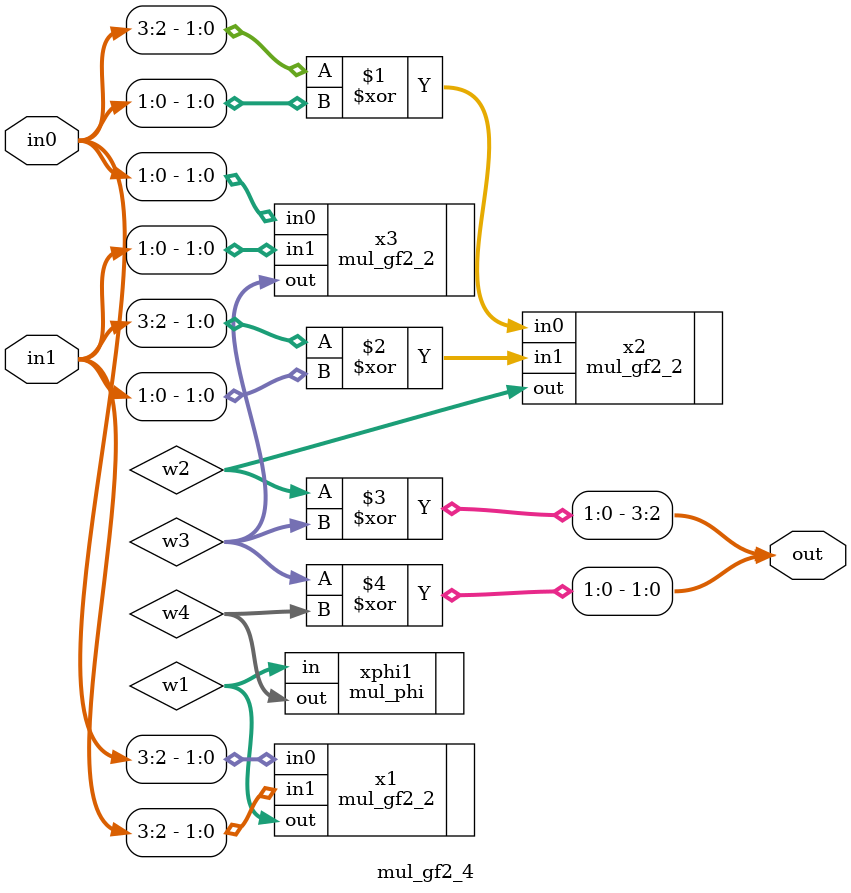
<source format=sv>
module mul_gf2_4 (in0, in1, out);
	input [3:0] in0, in1;
	output [3:0] out;
	
	wire [1:0] w1, w2, w3, w4;
	
	mul_gf2_2 x1 (
		.in0 (in0[3:2]),
		.in1 (in1[3:2]),
		.out (w1)
	);
	
	mul_gf2_2 x2 (
		.in0 (in0[3:2] ^ in0 [1:0]),
		.in1 (in1[3:2] ^ in1 [1:0]),
		.out (w2)
	);
	
	mul_gf2_2 x3 (
		.in0 (in0[1:0]),
		.in1 (in1[1:0]),
		.out (w3)
	);
	
	mul_phi xphi1(
		.in (w1),
		.out (w4)
	);
	
	assign out[3:2] = w2 ^ w3;
	assign out[1:0] = w3 ^ w4;
	
endmodule

</source>
